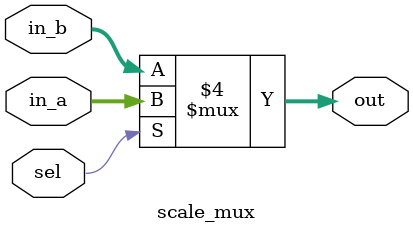
<source format=sv>
`timescale 1ns / 1ps


module scale_mux #(
    parameter WIDTH = 2
)(
    input logic [WIDTH-1:0] in_a,
    input logic [WIDTH-1:0] in_b,
    input logic sel,
    output logic [WIDTH-1:0] out
);

//sel=1'b1 ---> out= in_a;
//sel=1'b0 ---> out=in_b;

    always_comb begin
        if (sel == 1'b1) 
            out = in_a;
        else 
            out = in_b;
    end

endmodule

</source>
